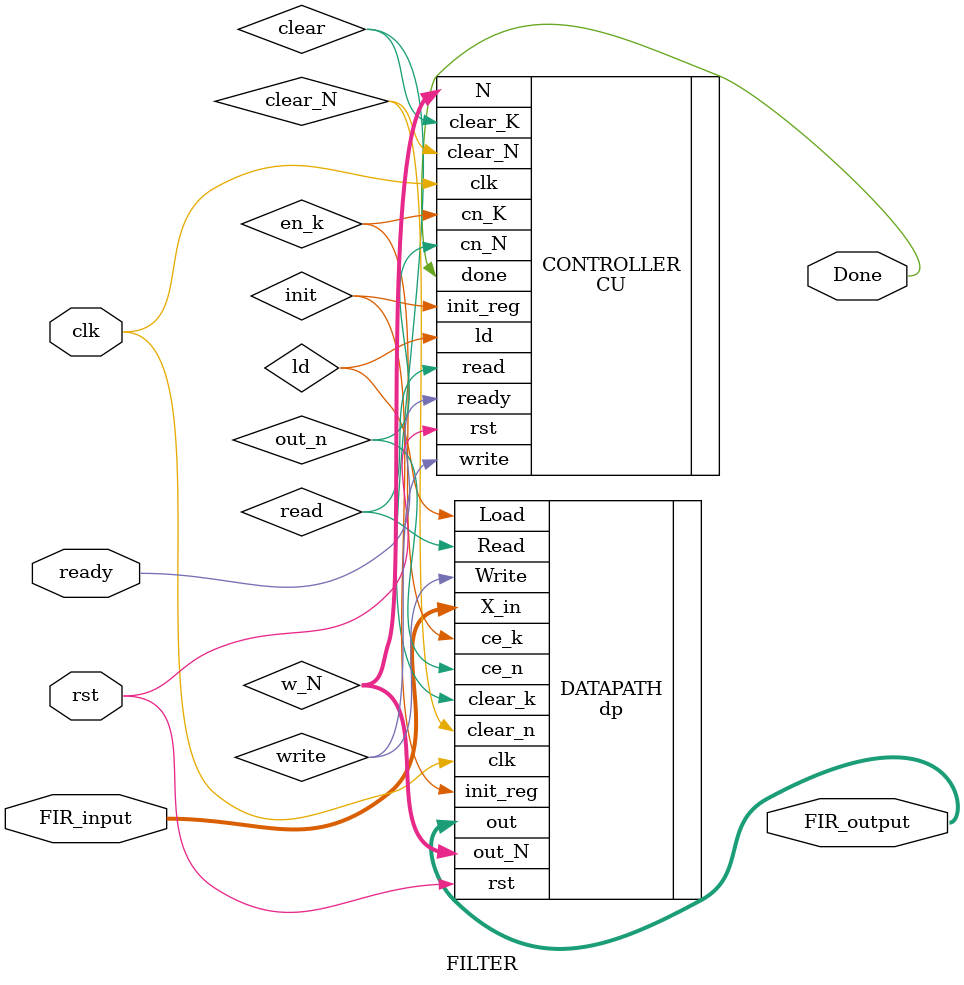
<source format=v>
module FILTER( FIR_input , clk, rst ,ready ,FIR_output, Done);
  
  parameter LENGTH = 38 ;
  parameter WIDTH = 16 ;

  input signed [WIDTH-1:0]FIR_input;
  input clk, rst ,ready;  
	wire clear,en_k,write,read,ld,init,out_n,clear_N;
	wire signed [WIDTH-1:0]w_N;
	output [LENGTH-1:0]FIR_output;
	output Done;
	
 dp DATAPATH
 (
 	.X_in   (FIR_input),
 	.clk    (clk),
 	.rst    (rst),
 	.clear_k(clear),
 	.ce_k   (en_k),
 	.Write  (write),
 	.Read   (read),
 	.Load   (ld),
 	.out    (FIR_output),
 	.out_N  (w_N),
 	.init_reg(init),
 	.ce_n    (out_n),
 	.clear_n (clear_N)
 );
 CU CONTROLLER
 (
 	.clk  (clk),
 	.rst  (rst),
 	.ready(ready),
 	.done (Done),
 	.cn_K (en_k),
 	.write(write),
 	.read (read),
 	.ld   (ld),
 	.init_reg (init),
 	.N      (w_N),
 	.clear_K(clear),
 	.cn_N   (out_n),
 	.clear_N(clear_N)
 	
 );
 endmodule
</source>
